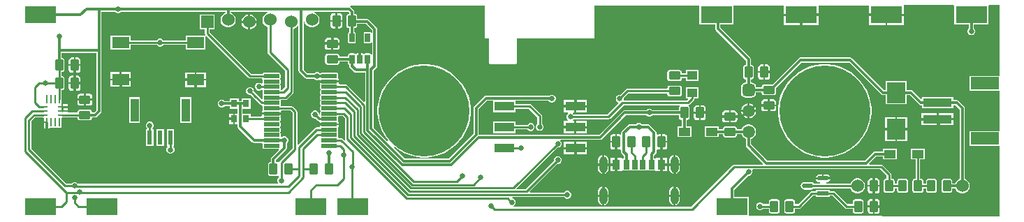
<source format=gbr>
%TF.GenerationSoftware,Altium Limited,Altium Designer,22.7.1 (60)*%
G04 Layer_Physical_Order=1*
G04 Layer_Color=255*
%FSLAX43Y43*%
%MOMM*%
%TF.SameCoordinates,9191ECB2-230E-4BD1-81F0-C314D0E832B5*%
%TF.FilePolarity,Positive*%
%TF.FileFunction,Copper,L1,Top,Signal*%
%TF.Part,Single*%
G01*
G75*
%TA.AperFunction,SMDPad,CuDef*%
G04:AMPARAMS|DCode=10|XSize=1mm|YSize=1.42mm|CornerRadius=0.125mm|HoleSize=0mm|Usage=FLASHONLY|Rotation=180.000|XOffset=0mm|YOffset=0mm|HoleType=Round|Shape=RoundedRectangle|*
%AMROUNDEDRECTD10*
21,1,1.000,1.170,0,0,180.0*
21,1,0.750,1.420,0,0,180.0*
1,1,0.250,-0.375,0.585*
1,1,0.250,0.375,0.585*
1,1,0.250,0.375,-0.585*
1,1,0.250,-0.375,-0.585*
%
%ADD10ROUNDEDRECTD10*%
%ADD11R,1.400X1.000*%
%ADD12R,1.359X0.587*%
G04:AMPARAMS|DCode=13|XSize=1.359mm|YSize=0.587mm|CornerRadius=0.293mm|HoleSize=0mm|Usage=FLASHONLY|Rotation=180.000|XOffset=0mm|YOffset=0mm|HoleType=Round|Shape=RoundedRectangle|*
%AMROUNDEDRECTD13*
21,1,1.359,0.000,0,0,180.0*
21,1,0.772,0.587,0,0,180.0*
1,1,0.587,-0.386,0.000*
1,1,0.587,0.386,0.000*
1,1,0.587,0.386,0.000*
1,1,0.587,-0.386,0.000*
%
%ADD13ROUNDEDRECTD13*%
G04:AMPARAMS|DCode=14|XSize=1.1mm|YSize=0.6mm|CornerRadius=0.051mm|HoleSize=0mm|Usage=FLASHONLY|Rotation=90.000|XOffset=0mm|YOffset=0mm|HoleType=Round|Shape=RoundedRectangle|*
%AMROUNDEDRECTD14*
21,1,1.100,0.498,0,0,90.0*
21,1,0.998,0.600,0,0,90.0*
1,1,0.102,0.249,0.499*
1,1,0.102,0.249,-0.499*
1,1,0.102,-0.249,-0.499*
1,1,0.102,-0.249,0.499*
%
%ADD14ROUNDEDRECTD14*%
%ADD15R,0.800X0.900*%
%ADD16R,2.440X1.130*%
G04:AMPARAMS|DCode=17|XSize=1mm|YSize=1.42mm|CornerRadius=0.125mm|HoleSize=0mm|Usage=FLASHONLY|Rotation=270.000|XOffset=0mm|YOffset=0mm|HoleType=Round|Shape=RoundedRectangle|*
%AMROUNDEDRECTD17*
21,1,1.000,1.170,0,0,270.0*
21,1,0.750,1.420,0,0,270.0*
1,1,0.250,-0.585,-0.375*
1,1,0.250,-0.585,0.375*
1,1,0.250,0.585,0.375*
1,1,0.250,0.585,-0.375*
%
%ADD17ROUNDEDRECTD17*%
%ADD18R,0.900X1.150*%
%ADD19R,0.800X1.150*%
%ADD20R,0.700X1.150*%
%ADD21R,0.600X1.700*%
%ADD22R,1.000X2.800*%
%ADD23R,2.100X1.380*%
%ADD24R,3.800X2.030*%
%ADD25R,1.200X1.100*%
G04:AMPARAMS|DCode=26|XSize=1.9mm|YSize=0.48mm|CornerRadius=0.06mm|HoleSize=0mm|Usage=FLASHONLY|Rotation=180.000|XOffset=0mm|YOffset=0mm|HoleType=Round|Shape=RoundedRectangle|*
%AMROUNDEDRECTD26*
21,1,1.900,0.360,0,0,180.0*
21,1,1.780,0.480,0,0,180.0*
1,1,0.120,-0.890,0.180*
1,1,0.120,0.890,0.180*
1,1,0.120,0.890,-0.180*
1,1,0.120,-0.890,-0.180*
%
%ADD26ROUNDEDRECTD26*%
%ADD27R,3.400X1.500*%
%ADD28R,3.500X1.000*%
%ADD29R,2.300X2.500*%
%ADD30R,1.000X0.250*%
%ADD31R,0.250X1.000*%
%TA.AperFunction,Conductor*%
%ADD32C,0.254*%
%ADD33C,0.300*%
%TA.AperFunction,ComponentPad*%
%ADD34C,1.524*%
%ADD35O,1.000X2.000*%
%ADD36R,1.524X1.524*%
%ADD37C,1.500*%
G04:AMPARAMS|DCode=38|XSize=1.5mm|YSize=1.5mm|CornerRadius=0.375mm|HoleSize=0mm|Usage=FLASHONLY|Rotation=270.000|XOffset=0mm|YOffset=0mm|HoleType=Round|Shape=RoundedRectangle|*
%AMROUNDEDRECTD38*
21,1,1.500,0.750,0,0,270.0*
21,1,0.750,1.500,0,0,270.0*
1,1,0.750,-0.375,-0.375*
1,1,0.750,-0.375,0.375*
1,1,0.750,0.375,0.375*
1,1,0.750,0.375,-0.375*
%
%ADD38ROUNDEDRECTD38*%
%TA.AperFunction,ViaPad*%
%ADD39C,11.000*%
%ADD40C,0.650*%
%ADD41C,0.700*%
G36*
X114274Y27791D02*
X114274Y27710D01*
Y25459D01*
X116018D01*
Y25016D01*
X115921Y24920D01*
X115849Y24745D01*
Y24555D01*
X115921Y24380D01*
X116055Y24246D01*
X116230Y24174D01*
X116420D01*
X116595Y24246D01*
X116729Y24380D01*
X116801Y24555D01*
Y24745D01*
X116729Y24920D01*
X116632Y25016D01*
Y25459D01*
X118376D01*
Y27710D01*
X118376Y27791D01*
X118484Y27837D01*
X119717D01*
X119745Y27719D01*
Y27500D01*
X119745Y19251D01*
X116149D01*
Y17449D01*
X119745D01*
Y12551D01*
X116149D01*
Y10749D01*
X119745D01*
X119745Y2500D01*
X119745Y2279D01*
X119722Y2163D01*
X105697D01*
X105680Y2180D01*
X105598Y2235D01*
X105500Y2255D01*
X89351Y2255D01*
Y4541D01*
X87607D01*
Y5445D01*
X89283Y7121D01*
X89420D01*
X89595Y7193D01*
X89729Y7327D01*
X89801Y7502D01*
Y7692D01*
X89760Y7790D01*
X89845Y7917D01*
X105305D01*
X106072Y7150D01*
Y6771D01*
X105980D01*
X105872Y6750D01*
X105781Y6689D01*
X105720Y6598D01*
X105699Y6490D01*
Y5320D01*
X105720Y5212D01*
X105781Y5121D01*
X105872Y5060D01*
X105980Y5039D01*
X106730D01*
X106838Y5060D01*
X106929Y5121D01*
X106990Y5212D01*
X107011Y5320D01*
Y5622D01*
X107329D01*
Y5320D01*
X107350Y5212D01*
X107411Y5121D01*
X107502Y5060D01*
X107610Y5039D01*
X108360D01*
X108468Y5060D01*
X108559Y5121D01*
X108620Y5212D01*
X108641Y5320D01*
Y6490D01*
X108620Y6598D01*
X108559Y6689D01*
X108468Y6750D01*
X108360Y6771D01*
X107610D01*
X107502Y6750D01*
X107411Y6689D01*
X107350Y6598D01*
X107329Y6490D01*
Y6188D01*
X107011D01*
Y6490D01*
X106990Y6598D01*
X106929Y6689D01*
X106838Y6750D01*
X106730Y6771D01*
X106638D01*
Y7267D01*
X106617Y7375D01*
X106555Y7467D01*
X105622Y8400D01*
X105530Y8462D01*
X105422Y8483D01*
X103989D01*
X103940Y8601D01*
X104807Y9468D01*
X105644D01*
Y9124D01*
X107346D01*
Y10426D01*
X105644D01*
Y10082D01*
X104680D01*
X104563Y10059D01*
X104463Y9992D01*
X103431Y8960D01*
X91599D01*
X89632Y10927D01*
Y11609D01*
X89673Y11620D01*
X89878Y11739D01*
X90046Y11907D01*
X90165Y12112D01*
X90226Y12341D01*
Y12579D01*
X90165Y12808D01*
X90046Y13013D01*
X89878Y13181D01*
X89673Y13300D01*
X89444Y13361D01*
X89206D01*
X88977Y13300D01*
X88772Y13181D01*
X88604Y13013D01*
X88485Y12808D01*
X88474Y12767D01*
X87916D01*
Y12835D01*
X87895Y12943D01*
X87834Y13034D01*
X87743Y13095D01*
X87635Y13116D01*
X86465D01*
X86357Y13095D01*
X86266Y13034D01*
X86205Y12943D01*
X86184Y12835D01*
Y12767D01*
X85751D01*
Y13111D01*
X84049D01*
Y11809D01*
X85751D01*
Y12153D01*
X86184D01*
Y12085D01*
X86205Y11977D01*
X86266Y11886D01*
X86357Y11825D01*
X86465Y11804D01*
X87635D01*
X87743Y11825D01*
X87834Y11886D01*
X87895Y11977D01*
X87916Y12085D01*
Y12153D01*
X88474D01*
X88485Y12112D01*
X88604Y11907D01*
X88772Y11739D01*
X88977Y11620D01*
X89018Y11609D01*
Y10800D01*
X89041Y10683D01*
X89108Y10583D01*
X91090Y8601D01*
X91042Y8483D01*
X87585D01*
X87476Y8462D01*
X87384Y8400D01*
X82342Y3359D01*
X60833D01*
X60808Y3486D01*
X60895Y3521D01*
X61029Y3655D01*
X61101Y3830D01*
Y4020D01*
X61029Y4195D01*
X60895Y4329D01*
X60720Y4401D01*
X60642D01*
X60638Y4408D01*
X60705Y4535D01*
X66967D01*
X67079Y4424D01*
X67254Y4351D01*
X67443D01*
X67618Y4424D01*
X67752Y4558D01*
X67824Y4733D01*
Y4922D01*
X67752Y5097D01*
X67618Y5231D01*
X67443Y5303D01*
X67254D01*
X67079Y5231D01*
X66950Y5102D01*
X62844D01*
X62795Y5219D01*
X66125Y8549D01*
X66295D01*
X66470Y8621D01*
X66604Y8755D01*
X66676Y8930D01*
Y9120D01*
X66604Y9295D01*
X66470Y9429D01*
X66295Y9501D01*
X66105D01*
X65930Y9429D01*
X65796Y9295D01*
X65724Y9120D01*
Y8950D01*
X62281Y5507D01*
X61249D01*
X61200Y5624D01*
X66125Y10549D01*
X66295D01*
X66470Y10621D01*
X66604Y10755D01*
X66676Y10930D01*
Y11120D01*
X66604Y11295D01*
X66532Y11366D01*
X66585Y11493D01*
X71350D01*
X71467Y11516D01*
X71567Y11583D01*
X74452Y14468D01*
X76934D01*
X77031Y14371D01*
X77205Y14299D01*
X77395D01*
X77570Y14371D01*
X77666Y14468D01*
X80884D01*
Y14190D01*
X80905Y14082D01*
X80966Y13991D01*
X81057Y13930D01*
X81165Y13909D01*
X81233D01*
Y13111D01*
X80689D01*
Y11809D01*
X82391D01*
Y13111D01*
X81847D01*
Y13909D01*
X81915D01*
X82023Y13930D01*
X82114Y13991D01*
X82175Y14082D01*
X82196Y14190D01*
Y15360D01*
X82175Y15468D01*
X82114Y15559D01*
X82084Y15579D01*
X82108Y15713D01*
X82200Y15775D01*
X82700Y16275D01*
X82762Y16367D01*
X82783Y16475D01*
Y16499D01*
X83251D01*
Y17901D01*
X81749D01*
Y16499D01*
X81957D01*
X82006Y16382D01*
X81883Y16258D01*
X74242D01*
X74172Y16364D01*
X74179Y16380D01*
Y16550D01*
X74760Y17131D01*
X79479D01*
Y17040D01*
X79500Y16932D01*
X79561Y16841D01*
X79652Y16780D01*
X79760Y16758D01*
X80930D01*
X81038Y16780D01*
X81129Y16841D01*
X81190Y16932D01*
X81211Y17040D01*
Y17790D01*
X81190Y17897D01*
X81129Y17989D01*
X81038Y18050D01*
X80930Y18071D01*
X79760D01*
X79652Y18050D01*
X79561Y17989D01*
X79500Y17897D01*
X79479Y17790D01*
Y17698D01*
X74642D01*
X74534Y17677D01*
X74442Y17615D01*
X73778Y16951D01*
X73608D01*
X73433Y16879D01*
X73299Y16745D01*
X73227Y16570D01*
Y16380D01*
X73299Y16205D01*
X73433Y16071D01*
X73531Y16031D01*
X73561Y15882D01*
X72238Y14558D01*
X68140D01*
X68050Y14648D01*
X68093Y14775D01*
X68225D01*
Y15440D01*
X66905D01*
Y14775D01*
X67407D01*
X67450Y14648D01*
X67346Y14545D01*
X67274Y14370D01*
Y14180D01*
X67346Y14005D01*
X67460Y13892D01*
X67438Y13795D01*
X67421Y13765D01*
X66905D01*
Y13100D01*
X68225D01*
Y13765D01*
X68079D01*
X68062Y13795D01*
X68040Y13892D01*
X68140Y13992D01*
X72355D01*
X72464Y14013D01*
X72556Y14075D01*
X74173Y15692D01*
X80936D01*
X80974Y15565D01*
X80966Y15559D01*
X80905Y15468D01*
X80884Y15360D01*
Y15082D01*
X77666D01*
X77570Y15179D01*
X77395Y15251D01*
X77205D01*
X77031Y15179D01*
X76934Y15082D01*
X74325D01*
X74208Y15059D01*
X74108Y14992D01*
X71223Y12107D01*
X56728D01*
X56624Y12112D01*
X56607Y12230D01*
Y15198D01*
X57627Y16218D01*
X58354D01*
Y14824D01*
X61096D01*
Y15277D01*
X62685D01*
X63717Y14245D01*
Y13440D01*
X63596Y13320D01*
X63524Y13145D01*
Y12955D01*
X63596Y12780D01*
X63730Y12646D01*
X63905Y12574D01*
X64095D01*
X64270Y12646D01*
X64404Y12780D01*
X64476Y12955D01*
Y13145D01*
X64404Y13320D01*
X64283Y13440D01*
Y14363D01*
X64262Y14471D01*
X64200Y14563D01*
X63002Y15761D01*
X62910Y15822D01*
X62802Y15844D01*
X61096D01*
Y16218D01*
X65091D01*
X65096Y16205D01*
X65230Y16071D01*
X65405Y15999D01*
X65595D01*
X65770Y16071D01*
X65904Y16205D01*
X65976Y16380D01*
Y16570D01*
X65904Y16745D01*
X65770Y16879D01*
X65595Y16951D01*
X65405D01*
X65230Y16879D01*
X65184Y16832D01*
X57500D01*
X57383Y16809D01*
X57283Y16742D01*
X56083Y15542D01*
X56017Y15443D01*
X55993Y15325D01*
Y12240D01*
X52951Y9198D01*
X47664D01*
X46327Y10535D01*
X46411Y10631D01*
X46854Y10291D01*
X47495Y9921D01*
X48180Y9637D01*
X48895Y9446D01*
X49630Y9349D01*
X50370D01*
X51105Y9446D01*
X51820Y9637D01*
X52505Y9921D01*
X53146Y10291D01*
X53734Y10742D01*
X54258Y11266D01*
X54709Y11854D01*
X55079Y12495D01*
X55363Y13180D01*
X55554Y13895D01*
X55651Y14630D01*
Y15370D01*
X55554Y16105D01*
X55363Y16820D01*
X55174Y17275D01*
X55079Y17505D01*
X54709Y18146D01*
X54258Y18734D01*
X53734Y19258D01*
X53146Y19709D01*
X52505Y20079D01*
X51820Y20363D01*
X51105Y20554D01*
X50475Y20637D01*
X50370Y20651D01*
X49630D01*
X48895Y20554D01*
X48180Y20363D01*
X47495Y20079D01*
X46854Y19709D01*
X46266Y19258D01*
X45742Y18734D01*
X45291Y18146D01*
X44921Y17505D01*
X44637Y16820D01*
X44446Y16105D01*
X44349Y15370D01*
Y14630D01*
X44446Y13895D01*
X44637Y13180D01*
X44921Y12495D01*
X45291Y11854D01*
X45631Y11411D01*
X45535Y11327D01*
X43899Y12964D01*
Y19901D01*
X44217Y20219D01*
X44284Y20319D01*
X44307Y20436D01*
Y24925D01*
X44284Y25042D01*
X44217Y25142D01*
X43311Y26048D01*
X43211Y26115D01*
X43094Y26138D01*
X41897D01*
Y26501D01*
X41876Y26609D01*
X41815Y26700D01*
X41724Y26761D01*
X41616Y26782D01*
X41532D01*
Y27025D01*
X41509Y27142D01*
X41442Y27242D01*
X41117Y27567D01*
X41041Y27618D01*
X41056Y27731D01*
X41062Y27745D01*
X57337D01*
Y23925D01*
X57384Y23809D01*
X57500Y23762D01*
X57837D01*
Y20825D01*
X57884Y20709D01*
X58000Y20662D01*
X61100D01*
X61216Y20709D01*
X61263Y20825D01*
Y23762D01*
X70500D01*
X70616Y23809D01*
X70663Y23925D01*
Y27745D01*
X83374D01*
Y25459D01*
X85282D01*
Y24976D01*
X85305Y24859D01*
X85372Y24759D01*
X89018Y21113D01*
Y20566D01*
X88950D01*
X88842Y20545D01*
X88751Y20484D01*
X88690Y20393D01*
X88669Y20285D01*
Y19115D01*
X88690Y19007D01*
X88751Y18916D01*
X88842Y18855D01*
X88950Y18834D01*
X89018D01*
Y18451D01*
X88950D01*
X88745Y18410D01*
X88571Y18294D01*
X88455Y18120D01*
X88414Y17915D01*
Y17165D01*
X88455Y16960D01*
X88571Y16786D01*
X88745Y16670D01*
X88950Y16629D01*
X89700D01*
X89905Y16670D01*
X90079Y16786D01*
X90195Y16960D01*
X90236Y17165D01*
Y17238D01*
X90909D01*
Y17175D01*
X90930Y17067D01*
X90991Y16976D01*
X91082Y16915D01*
X91190Y16894D01*
X92360D01*
X92468Y16915D01*
X92559Y16976D01*
X92620Y17067D01*
X92641Y17175D01*
Y17772D01*
X95719Y20850D01*
X101541D01*
X105408Y16983D01*
X105508Y16916D01*
X105625Y16893D01*
X105924D01*
Y15799D01*
X108526D01*
Y16893D01*
X108873D01*
X109983Y15783D01*
X110083Y15716D01*
X110200Y15693D01*
X110349D01*
Y15349D01*
X114151D01*
Y15693D01*
X114423D01*
X114923Y15193D01*
Y6768D01*
X114878Y6756D01*
X114669Y6636D01*
X114499Y6466D01*
X114379Y6257D01*
X114367Y6212D01*
X114021D01*
Y6490D01*
X114000Y6598D01*
X113939Y6689D01*
X113848Y6750D01*
X113740Y6771D01*
X112990D01*
X112882Y6750D01*
X112791Y6689D01*
X112730Y6598D01*
X112709Y6490D01*
Y5320D01*
X112730Y5212D01*
X112791Y5121D01*
X112882Y5060D01*
X112990Y5039D01*
X113740D01*
X113848Y5060D01*
X113939Y5121D01*
X114000Y5212D01*
X114021Y5320D01*
Y5598D01*
X114367D01*
X114379Y5553D01*
X114499Y5344D01*
X114669Y5174D01*
X114878Y5054D01*
X115110Y4992D01*
X115350D01*
X115582Y5054D01*
X115791Y5174D01*
X115961Y5344D01*
X116081Y5553D01*
X116143Y5785D01*
Y6025D01*
X116081Y6257D01*
X115961Y6466D01*
X115791Y6636D01*
X115582Y6756D01*
X115537Y6768D01*
Y15320D01*
X115514Y15437D01*
X115447Y15537D01*
X114767Y16217D01*
X114667Y16284D01*
X114550Y16307D01*
X114151D01*
Y16651D01*
X110349D01*
Y16465D01*
X110222Y16412D01*
X109217Y17417D01*
X109117Y17484D01*
X109000Y17507D01*
X108526D01*
Y18601D01*
X105924D01*
Y17507D01*
X105752D01*
X101885Y21374D01*
X101786Y21440D01*
X101668Y21464D01*
X95592D01*
X95474Y21440D01*
X95375Y21374D01*
X92207Y18206D01*
X91190D01*
X91082Y18185D01*
X90991Y18124D01*
X90930Y18033D01*
X90909Y17925D01*
Y17852D01*
X90236D01*
Y17915D01*
X90195Y18120D01*
X90079Y18294D01*
X89905Y18410D01*
X89700Y18451D01*
X89632D01*
Y18834D01*
X89700D01*
X89808Y18855D01*
X89899Y18916D01*
X89960Y19007D01*
X89981Y19115D01*
Y20285D01*
X89960Y20393D01*
X89899Y20484D01*
X89808Y20545D01*
X89700Y20566D01*
X89632D01*
Y21240D01*
X89609Y21357D01*
X89542Y21457D01*
X85895Y25103D01*
Y25459D01*
X87476D01*
Y27745D01*
X93625Y27745D01*
Y26725D01*
X95725D01*
X97825D01*
Y27745D01*
X103925D01*
Y26725D01*
X106025D01*
Y26625D01*
D01*
Y26725D01*
X108125D01*
Y27837D01*
X114166D01*
X114274Y27791D01*
D02*
G37*
G36*
X40907Y26909D02*
X40890Y26782D01*
X40866D01*
X40758Y26761D01*
X40667Y26700D01*
X40606Y26609D01*
X40585Y26501D01*
Y25331D01*
X40606Y25223D01*
X40667Y25132D01*
X40758Y25071D01*
X40866Y25050D01*
X40934D01*
Y24559D01*
X40913Y24555D01*
X40846Y24511D01*
X40802Y24444D01*
X40786Y24365D01*
Y23367D01*
X40802Y23288D01*
X40846Y23221D01*
X40913Y23177D01*
X40992Y23161D01*
X41490D01*
X41569Y23177D01*
X41636Y23221D01*
X41680Y23288D01*
X41696Y23367D01*
Y24365D01*
X41680Y24444D01*
X41636Y24511D01*
X41569Y24555D01*
X41548Y24559D01*
Y25050D01*
X41616D01*
X41724Y25071D01*
X41815Y25132D01*
X41876Y25223D01*
X41897Y25331D01*
Y25524D01*
X42967D01*
X43693Y24798D01*
Y24486D01*
X43663Y24475D01*
X43566Y24465D01*
X43536Y24511D01*
X43469Y24555D01*
X43390Y24571D01*
X42892D01*
X42813Y24555D01*
X42746Y24511D01*
X42702Y24444D01*
X42686Y24365D01*
Y23367D01*
X42702Y23288D01*
X42746Y23221D01*
X42813Y23177D01*
X42892Y23161D01*
X43390D01*
X43469Y23177D01*
X43536Y23221D01*
X43566Y23267D01*
X43663Y23257D01*
X43693Y23246D01*
Y21886D01*
X43663Y21875D01*
X43566Y21865D01*
X43536Y21911D01*
X43469Y21955D01*
X43390Y21971D01*
X42892D01*
X42813Y21955D01*
X42782Y21934D01*
X42645Y21939D01*
X42621Y21946D01*
X42538Y22001D01*
X42440Y22021D01*
X42291D01*
Y21266D01*
X42091D01*
Y22021D01*
X41942D01*
X41844Y22001D01*
X41761Y21946D01*
X41737Y21939D01*
X41600Y21934D01*
X41569Y21955D01*
X41490Y21971D01*
X40992D01*
X40913Y21955D01*
X40846Y21911D01*
X40802Y21844D01*
X40786Y21765D01*
Y21573D01*
X39732D01*
Y21641D01*
X39711Y21749D01*
X39650Y21840D01*
X39559Y21901D01*
X39451Y21922D01*
X38281D01*
X38173Y21901D01*
X38082Y21840D01*
X38021Y21749D01*
X38000Y21641D01*
Y20891D01*
X38021Y20783D01*
X38082Y20692D01*
X38173Y20631D01*
X38281Y20610D01*
X39451D01*
X39559Y20631D01*
X39650Y20692D01*
X39711Y20783D01*
X39732Y20891D01*
Y20959D01*
X40786D01*
Y20767D01*
X40802Y20688D01*
X40846Y20621D01*
X40913Y20577D01*
X40934Y20573D01*
Y20436D01*
X40957Y20319D01*
X41024Y20219D01*
X41519Y19724D01*
X41619Y19657D01*
X41736Y19634D01*
X42834D01*
Y16143D01*
X42717Y16095D01*
X40686Y18125D01*
X40594Y18187D01*
X40486Y18208D01*
X39724D01*
X39648Y18335D01*
X39660Y18395D01*
Y18475D01*
X38505D01*
X37350D01*
Y18395D01*
X37370Y18294D01*
X37428Y18208D01*
X37429Y18207D01*
X37416Y18187D01*
X37400Y18105D01*
Y17745D01*
X37416Y17663D01*
X37458Y17600D01*
X37416Y17537D01*
X37400Y17455D01*
Y17095D01*
X37416Y17013D01*
X37458Y16950D01*
X37416Y16887D01*
X37400Y16805D01*
Y16445D01*
X37416Y16363D01*
X37458Y16300D01*
X37416Y16237D01*
X37400Y16155D01*
Y15795D01*
X37416Y15713D01*
X37458Y15650D01*
X37416Y15587D01*
X37400Y15505D01*
Y15145D01*
X37416Y15063D01*
X37458Y15000D01*
X37416Y14937D01*
X37400Y14855D01*
Y14622D01*
X37273Y14556D01*
X37251Y14571D01*
Y14645D01*
X37179Y14820D01*
X37045Y14954D01*
X36870Y15026D01*
X36680D01*
X36505Y14954D01*
X36371Y14820D01*
X36299Y14645D01*
Y14455D01*
X36371Y14280D01*
X36505Y14146D01*
X36680Y14074D01*
X36850D01*
X37092Y13832D01*
X37184Y13771D01*
X37281Y13751D01*
X37306Y13724D01*
X37363Y13622D01*
X37350Y13555D01*
Y13475D01*
X38505D01*
X39660D01*
Y13555D01*
X39640Y13656D01*
X39582Y13742D01*
X39581Y13743D01*
X39594Y13763D01*
X39610Y13845D01*
Y14205D01*
X39598Y14265D01*
X39643Y14349D01*
X39677Y14392D01*
X40148D01*
X40405Y14135D01*
Y11634D01*
X40425Y11530D01*
X40420Y11522D01*
X40320Y11456D01*
X40150Y11625D01*
X40058Y11687D01*
X39950Y11708D01*
X39677D01*
X39643Y11751D01*
X39598Y11835D01*
X39610Y11895D01*
Y12255D01*
X39594Y12337D01*
X39552Y12400D01*
X39594Y12463D01*
X39610Y12545D01*
Y12905D01*
X39594Y12987D01*
X39581Y13007D01*
X39582Y13008D01*
X39640Y13094D01*
X39660Y13195D01*
Y13275D01*
X38505D01*
X37350D01*
Y13195D01*
X37362Y13135D01*
X37286Y13008D01*
X36973D01*
X36865Y12987D01*
X36773Y12925D01*
X34751Y10904D01*
X34633Y10952D01*
Y14871D01*
X34612Y14980D01*
X34550Y15072D01*
X34097Y15525D01*
X34005Y15587D01*
X33896Y15608D01*
X32667D01*
X32633Y15651D01*
X32588Y15735D01*
X32600Y15795D01*
Y16155D01*
X32588Y16215D01*
X32633Y16299D01*
X32667Y16342D01*
X33206D01*
X33315Y16363D01*
X33407Y16425D01*
X34060Y17078D01*
X34122Y17170D01*
X34143Y17279D01*
Y24917D01*
X34212Y24936D01*
X34421Y25056D01*
X34591Y25226D01*
X34641Y25314D01*
X34768Y25280D01*
Y19870D01*
X34791Y19753D01*
X34858Y19653D01*
X35503Y19008D01*
X35603Y18941D01*
X35720Y18918D01*
X36659D01*
X36755Y18821D01*
X36930Y18749D01*
X37120D01*
X37228Y18794D01*
X37261Y18784D01*
X37350Y18711D01*
Y18675D01*
X38505D01*
X39660D01*
Y18755D01*
X39640Y18856D01*
X39582Y18942D01*
X39581Y18943D01*
X39594Y18963D01*
X39610Y19045D01*
Y19405D01*
X39594Y19487D01*
X39547Y19557D01*
X39477Y19604D01*
X39395Y19620D01*
X37615D01*
X37533Y19604D01*
X37463Y19557D01*
X37337Y19586D01*
X37295Y19629D01*
X37120Y19701D01*
X36930D01*
X36755Y19629D01*
X36659Y19532D01*
X35847D01*
X35382Y19997D01*
Y25822D01*
X35509Y25839D01*
X35549Y25688D01*
X35669Y25480D01*
X35839Y25310D01*
X36048Y25190D01*
X36280Y25128D01*
X36520D01*
X36752Y25190D01*
X36961Y25310D01*
X37131Y25480D01*
X37251Y25688D01*
X37313Y25921D01*
Y26161D01*
X37251Y26393D01*
X37131Y26601D01*
X36961Y26771D01*
X36752Y26892D01*
X36661Y26916D01*
X36677Y27043D01*
X40773D01*
X40907Y26909D01*
D02*
G37*
G36*
X31059Y26916D02*
X30968Y26892D01*
X30759Y26771D01*
X30589Y26601D01*
X30469Y26393D01*
X30407Y26161D01*
Y25921D01*
X30469Y25688D01*
X30589Y25480D01*
X30759Y25310D01*
X30968Y25190D01*
X31037Y25171D01*
Y22130D01*
X31058Y22022D01*
X31120Y21930D01*
X33172Y19878D01*
Y17913D01*
X32816Y17557D01*
X32666D01*
X32631Y17602D01*
X32588Y17684D01*
X32600Y17745D01*
Y18105D01*
X32584Y18187D01*
X32542Y18250D01*
X32584Y18313D01*
X32600Y18395D01*
Y18755D01*
X32584Y18837D01*
X32542Y18900D01*
X32584Y18963D01*
X32600Y19045D01*
Y19405D01*
X32584Y19487D01*
X32537Y19557D01*
X32467Y19604D01*
X32385Y19620D01*
X30605D01*
X30523Y19604D01*
X30453Y19557D01*
X30420Y19508D01*
X29004D01*
X23991Y24522D01*
Y24874D01*
X24613D01*
Y26700D01*
X22787D01*
Y24874D01*
X23424D01*
Y24405D01*
X23446Y24296D01*
X23481Y24243D01*
X23478Y24235D01*
X23428Y24127D01*
X23417Y24116D01*
X23409Y24116D01*
X21099D01*
Y23558D01*
X18390D01*
X18270Y23679D01*
X18095Y23751D01*
X17905D01*
X17730Y23679D01*
X17610Y23558D01*
X14401D01*
Y24116D01*
X11999D01*
Y22434D01*
X14401D01*
Y22992D01*
X17610D01*
X17730Y22871D01*
X17905Y22799D01*
X18095D01*
X18270Y22871D01*
X18390Y22992D01*
X21099D01*
Y22434D01*
X23501D01*
X23501Y24023D01*
X23501Y24031D01*
X23628Y24083D01*
X28687Y19025D01*
X28779Y18963D01*
X28887Y18942D01*
X30323D01*
X30357Y18899D01*
X30402Y18815D01*
X30390Y18755D01*
Y18395D01*
X30398Y18355D01*
X30281Y18292D01*
X30245Y18329D01*
X30070Y18401D01*
X29880D01*
X29705Y18329D01*
X29571Y18195D01*
X29499Y18020D01*
Y17830D01*
X29571Y17655D01*
X29705Y17521D01*
X29880Y17449D01*
X30070D01*
X30245Y17521D01*
X30281Y17558D01*
X30398Y17495D01*
X30390Y17455D01*
Y17095D01*
X30406Y17013D01*
X30448Y16950D01*
X30406Y16887D01*
X30390Y16805D01*
Y16478D01*
X30310Y16430D01*
X30266Y16422D01*
X29714Y16974D01*
X29714Y16974D01*
X29363Y17325D01*
Y17495D01*
X29291Y17670D01*
X29157Y17804D01*
X28982Y17876D01*
X28792D01*
X28617Y17804D01*
X28483Y17670D01*
X28411Y17495D01*
Y17305D01*
X28483Y17130D01*
X28617Y16996D01*
X28792Y16924D01*
X28962D01*
X29313Y16573D01*
X29313Y16573D01*
X30112Y15775D01*
X30204Y15713D01*
X30312Y15692D01*
X30323D01*
X30357Y15649D01*
X30402Y15565D01*
X30390Y15505D01*
Y15145D01*
X30406Y15063D01*
X30419Y15043D01*
X30418Y15042D01*
X30360Y14956D01*
X30340Y14855D01*
Y14775D01*
X32650D01*
Y14855D01*
X32638Y14915D01*
X32714Y15042D01*
X33779D01*
X34067Y14754D01*
Y10483D01*
X32475Y8891D01*
X32421Y8812D01*
X32381Y8794D01*
X32279Y8776D01*
X32213Y8820D01*
X32105Y8841D01*
X32037D01*
Y9028D01*
X33267Y10258D01*
X33334Y10358D01*
X33357Y10475D01*
Y11059D01*
X33454Y11155D01*
X33526Y11330D01*
Y11520D01*
X33454Y11695D01*
X33320Y11829D01*
X33145Y11901D01*
X32955D01*
X32780Y11829D01*
X32768Y11816D01*
X32710Y11823D01*
X32600Y11895D01*
Y12255D01*
X32584Y12337D01*
X32542Y12400D01*
X32584Y12463D01*
X32600Y12545D01*
Y12905D01*
X32584Y12987D01*
X32542Y13050D01*
X32584Y13113D01*
X32600Y13195D01*
Y13555D01*
X32584Y13637D01*
X32542Y13700D01*
X32584Y13763D01*
X32600Y13845D01*
Y14205D01*
X32584Y14287D01*
X32571Y14307D01*
X32572Y14308D01*
X32630Y14394D01*
X32650Y14495D01*
Y14575D01*
X30340D01*
Y14495D01*
X30352Y14435D01*
X30276Y14308D01*
X28976D01*
Y14626D01*
X28007D01*
Y15274D01*
X28976D01*
Y16476D01*
X27874D01*
Y16182D01*
X27526D01*
Y16476D01*
X26424D01*
Y16182D01*
X25831D01*
X25735Y16279D01*
X25560Y16351D01*
X25370D01*
X25195Y16279D01*
X25061Y16145D01*
X24989Y15970D01*
Y15780D01*
X25061Y15605D01*
X25195Y15471D01*
X25370Y15399D01*
X25560D01*
X25735Y15471D01*
X25831Y15568D01*
X26424D01*
Y15274D01*
X27393D01*
Y14675D01*
X27075D01*
Y14025D01*
Y13375D01*
X27393D01*
Y13125D01*
X27416Y13008D01*
X27483Y12908D01*
X29183Y11208D01*
X29283Y11141D01*
X29400Y11118D01*
X30307D01*
X30331Y11099D01*
X30397Y10991D01*
X30390Y10955D01*
Y10595D01*
X30406Y10513D01*
X30453Y10443D01*
X30523Y10396D01*
X30605Y10380D01*
X32341D01*
X32398Y10264D01*
X32399Y10258D01*
X31513Y9372D01*
X31446Y9272D01*
X31423Y9155D01*
Y8841D01*
X31355D01*
X31247Y8820D01*
X31156Y8759D01*
X31095Y8668D01*
X31074Y8560D01*
Y7390D01*
X31095Y7282D01*
X31156Y7191D01*
X31247Y7130D01*
X31355Y7109D01*
X32105D01*
X32213Y7130D01*
X32265Y7165D01*
X32387Y7113D01*
X32392Y7108D01*
Y6940D01*
X32271Y6820D01*
X32199Y6645D01*
Y6455D01*
X32271Y6280D01*
X32273Y6279D01*
X32224Y6161D01*
X8032D01*
X8029Y6170D01*
X7895Y6304D01*
X7720Y6376D01*
X7530D01*
X7355Y6304D01*
X7235Y6183D01*
X6592D01*
X2363Y10412D01*
Y13738D01*
X2842Y14217D01*
X3859D01*
X3913Y14098D01*
Y13703D01*
X4238D01*
Y13603D01*
X4338D01*
Y12903D01*
X4563D01*
Y12952D01*
X6038D01*
Y14127D01*
X6141Y14217D01*
X8009D01*
Y14125D01*
X8030Y14017D01*
X8091Y13926D01*
X8182Y13865D01*
X8290Y13844D01*
X9460D01*
X9568Y13865D01*
X9659Y13926D01*
X9720Y14017D01*
X9741Y14125D01*
Y14193D01*
X10125D01*
X10242Y14216D01*
X10342Y14283D01*
X10792Y14733D01*
X10859Y14833D01*
X10882Y14950D01*
Y22350D01*
Y27043D01*
X12509D01*
X12620Y26931D01*
X12795Y26859D01*
X12985D01*
X13160Y26931D01*
X13271Y27043D01*
X25933D01*
Y26904D01*
X25888Y26892D01*
X25679Y26771D01*
X25509Y26601D01*
X25389Y26393D01*
X25327Y26161D01*
Y25921D01*
X25389Y25688D01*
X25509Y25480D01*
X25679Y25310D01*
X25888Y25190D01*
X26120Y25128D01*
X26360D01*
X26592Y25190D01*
X26801Y25310D01*
X26971Y25480D01*
X27091Y25688D01*
X27153Y25921D01*
Y26161D01*
X27091Y26393D01*
X26971Y26601D01*
X26801Y26771D01*
X26592Y26892D01*
X26547Y26904D01*
Y27043D01*
X31043D01*
X31059Y26916D01*
D02*
G37*
G36*
X10268Y15077D02*
X9998Y14807D01*
X9741D01*
Y14875D01*
X9720Y14983D01*
X9659Y15074D01*
X9568Y15135D01*
X9460Y15156D01*
X8290D01*
X8182Y15135D01*
X8091Y15074D01*
X8030Y14983D01*
X8009Y14875D01*
Y14783D01*
X6841D01*
Y14900D01*
X6141D01*
Y15100D01*
X6841D01*
Y15175D01*
Y15400D01*
X6141D01*
Y15500D01*
X6041D01*
Y15825D01*
X6026D01*
Y16354D01*
X6033Y16391D01*
Y17484D01*
X6125D01*
X6233Y17505D01*
X6324Y17566D01*
X6385Y17657D01*
X6406Y17765D01*
Y18935D01*
X6385Y19043D01*
X6324Y19134D01*
X6233Y19195D01*
X6125Y19216D01*
X6039D01*
Y19684D01*
X6137D01*
X6245Y19705D01*
X6336Y19766D01*
X6397Y19857D01*
X6418Y19965D01*
Y21135D01*
X6397Y21243D01*
X6336Y21334D01*
X6245Y21395D01*
X6137Y21416D01*
X6069D01*
Y22018D01*
X10268D01*
Y15077D01*
D02*
G37*
%LPC*%
G36*
X108125Y26525D02*
X106125D01*
Y25410D01*
X108125D01*
Y26525D01*
D02*
G37*
G36*
X105925D02*
X103925D01*
Y25410D01*
X105925D01*
Y26525D01*
D02*
G37*
G36*
X97825D02*
X95825D01*
Y25410D01*
X97825D01*
Y26525D01*
D02*
G37*
G36*
X95625D02*
X93625D01*
Y25410D01*
X95625D01*
Y26525D01*
D02*
G37*
G36*
X91570Y20616D02*
X91295D01*
Y19800D01*
X91901D01*
Y20285D01*
X91876Y20412D01*
X91804Y20519D01*
X91697Y20591D01*
X91570Y20616D01*
D02*
G37*
G36*
X91095D02*
X90820D01*
X90693Y20591D01*
X90586Y20519D01*
X90514Y20412D01*
X90489Y20285D01*
Y19800D01*
X91095D01*
Y20616D01*
D02*
G37*
G36*
X83251Y20001D02*
X81749D01*
Y19568D01*
X81211D01*
Y19660D01*
X81190Y19767D01*
X81129Y19859D01*
X81038Y19920D01*
X80930Y19941D01*
X79760D01*
X79652Y19920D01*
X79561Y19859D01*
X79500Y19767D01*
X79479Y19660D01*
Y18910D01*
X79500Y18802D01*
X79561Y18711D01*
X79652Y18650D01*
X79760Y18628D01*
X80930D01*
X81038Y18650D01*
X81129Y18711D01*
X81190Y18802D01*
X81211Y18910D01*
Y19001D01*
X81749D01*
Y18599D01*
X83251D01*
Y20001D01*
D02*
G37*
G36*
X91901Y19600D02*
X91295D01*
Y18784D01*
X91570D01*
X91697Y18809D01*
X91804Y18881D01*
X91876Y18988D01*
X91901Y19115D01*
Y19600D01*
D02*
G37*
G36*
X91095D02*
X90489D01*
Y19115D01*
X90514Y18988D01*
X90586Y18881D01*
X90693Y18809D01*
X90820Y18784D01*
X91095D01*
Y19600D01*
D02*
G37*
G36*
X92360Y16386D02*
X91875D01*
Y15780D01*
X92691D01*
Y16055D01*
X92666Y16182D01*
X92594Y16289D01*
X92487Y16361D01*
X92360Y16386D01*
D02*
G37*
G36*
X91675D02*
X91190D01*
X91063Y16361D01*
X90956Y16289D01*
X90884Y16182D01*
X90859Y16055D01*
Y15780D01*
X91675D01*
Y16386D01*
D02*
G37*
G36*
X69745Y16305D02*
X68425D01*
Y15640D01*
X69745D01*
Y16305D01*
D02*
G37*
G36*
X68225D02*
X66905D01*
Y15640D01*
X68225D01*
Y16305D01*
D02*
G37*
G36*
X89452Y15899D02*
Y15127D01*
X90224D01*
X90165Y15348D01*
X90046Y15553D01*
X89878Y15721D01*
X89673Y15840D01*
X89452Y15899D01*
D02*
G37*
G36*
X89198Y15899D02*
X88977Y15840D01*
X88772Y15721D01*
X88604Y15553D01*
X88485Y15348D01*
X88426Y15127D01*
X89198D01*
Y15899D01*
D02*
G37*
G36*
X92691Y15580D02*
X91875D01*
Y14974D01*
X92360D01*
X92487Y14999D01*
X92594Y15071D01*
X92666Y15178D01*
X92691Y15305D01*
Y15580D01*
D02*
G37*
G36*
X91675D02*
X90859D01*
Y15305D01*
X90884Y15178D01*
X90956Y15071D01*
X91063Y14999D01*
X91190Y14974D01*
X91675D01*
Y15580D01*
D02*
G37*
G36*
X83785Y15691D02*
X83510D01*
Y14875D01*
X84116D01*
Y15360D01*
X84091Y15487D01*
X84019Y15594D01*
X83912Y15666D01*
X83785Y15691D01*
D02*
G37*
G36*
X83310D02*
X83035D01*
X82908Y15666D01*
X82801Y15594D01*
X82729Y15487D01*
X82704Y15360D01*
Y14875D01*
X83310D01*
Y15691D01*
D02*
G37*
G36*
X69745Y15440D02*
X68425D01*
Y14775D01*
X69745D01*
Y15440D01*
D02*
G37*
G36*
X87635Y15036D02*
X87150D01*
Y14430D01*
X87966D01*
Y14705D01*
X87941Y14832D01*
X87869Y14939D01*
X87762Y15011D01*
X87635Y15036D01*
D02*
G37*
G36*
X86950D02*
X86465D01*
X86338Y15011D01*
X86231Y14939D01*
X86159Y14832D01*
X86134Y14705D01*
Y14430D01*
X86950D01*
Y15036D01*
D02*
G37*
G36*
X89198Y14873D02*
X88426D01*
X88485Y14652D01*
X88604Y14447D01*
X88772Y14279D01*
X88977Y14160D01*
X89198Y14101D01*
Y14873D01*
D02*
G37*
G36*
X90224D02*
X89452D01*
Y14101D01*
X89673Y14160D01*
X89878Y14279D01*
X90046Y14447D01*
X90165Y14652D01*
X90224Y14873D01*
D02*
G37*
G36*
X114200Y14700D02*
X112350D01*
Y14100D01*
X114200D01*
Y14700D01*
D02*
G37*
G36*
X112150D02*
X110300D01*
Y14100D01*
X112150D01*
Y14700D01*
D02*
G37*
G36*
X84116Y14675D02*
X83510D01*
Y13859D01*
X83785D01*
X83912Y13884D01*
X84019Y13956D01*
X84091Y14063D01*
X84116Y14190D01*
Y14675D01*
D02*
G37*
G36*
X83310D02*
X82704D01*
Y14190D01*
X82729Y14063D01*
X82801Y13956D01*
X82908Y13884D01*
X83035Y13859D01*
X83310D01*
Y14675D01*
D02*
G37*
G36*
X87966Y14230D02*
X87150D01*
Y13624D01*
X87635D01*
X87762Y13649D01*
X87869Y13721D01*
X87941Y13828D01*
X87966Y13955D01*
Y14230D01*
D02*
G37*
G36*
X86950D02*
X86134D01*
Y13955D01*
X86159Y13828D01*
X86231Y13721D01*
X86338Y13649D01*
X86465Y13624D01*
X86950D01*
Y14230D01*
D02*
G37*
G36*
X114200Y13900D02*
X112350D01*
Y13300D01*
X114200D01*
Y13900D01*
D02*
G37*
G36*
X112150D02*
X110300D01*
Y13300D01*
X112150D01*
Y13900D01*
D02*
G37*
G36*
X69745Y13765D02*
X68425D01*
Y13100D01*
X69745D01*
Y13765D01*
D02*
G37*
G36*
X108575Y14250D02*
X107325D01*
Y12900D01*
X108575D01*
Y14250D01*
D02*
G37*
G36*
X107125D02*
X105875D01*
Y12900D01*
X107125D01*
Y14250D01*
D02*
G37*
G36*
X61096Y13716D02*
X58354D01*
Y12284D01*
X61096D01*
Y12742D01*
X62526D01*
X62646Y12622D01*
X62821Y12549D01*
X63011D01*
X63186Y12622D01*
X63320Y12756D01*
X63392Y12931D01*
Y13120D01*
X63320Y13295D01*
X63186Y13429D01*
X63011Y13501D01*
X62821D01*
X62646Y13429D01*
X62526Y13309D01*
X61096D01*
Y13716D01*
D02*
G37*
G36*
X69745Y12900D02*
X68425D01*
Y12235D01*
X69745D01*
Y12900D01*
D02*
G37*
G36*
X68225D02*
X66905D01*
Y12235D01*
X68225D01*
Y12900D01*
D02*
G37*
G36*
X76120Y13526D02*
X75930D01*
X75755Y13454D01*
X75659Y13357D01*
X74925D01*
X74808Y13334D01*
X74708Y13267D01*
X73983Y12542D01*
X73916Y12442D01*
X73893Y12325D01*
Y12208D01*
X73773Y12137D01*
X73766Y12137D01*
X73645Y12161D01*
X73370D01*
Y11245D01*
Y10329D01*
X73645D01*
X73766Y10353D01*
X73773Y10353D01*
X73893Y10282D01*
Y10025D01*
X73916Y9908D01*
X73983Y9808D01*
X74198Y9593D01*
Y9313D01*
X74108Y9223D01*
X74032D01*
X73925Y9272D01*
X73847Y9272D01*
X73375D01*
Y8497D01*
Y7722D01*
X73925Y7722D01*
X74032Y7771D01*
X74052D01*
X78018D01*
X78125Y7722D01*
X78203Y7722D01*
X78675D01*
Y8497D01*
Y9272D01*
X78125Y9272D01*
X78018Y9223D01*
X77942D01*
X77852Y9313D01*
Y9597D01*
X78092Y9837D01*
X78159Y9937D01*
X78182Y10054D01*
Y10270D01*
X78309Y10346D01*
X78395Y10329D01*
X78670D01*
Y11245D01*
Y12161D01*
X78395D01*
X78309Y12144D01*
X78182Y12220D01*
Y12319D01*
X78159Y12437D01*
X78092Y12536D01*
X77361Y13267D01*
X77262Y13334D01*
X77144Y13357D01*
X76391D01*
X76295Y13454D01*
X76120Y13526D01*
D02*
G37*
G36*
X108575Y12700D02*
X107325D01*
Y11350D01*
X108575D01*
Y12700D01*
D02*
G37*
G36*
X107125D02*
X105875D01*
Y11350D01*
X107125D01*
Y12700D01*
D02*
G37*
G36*
X73170Y12161D02*
X72895D01*
X72768Y12136D01*
X72661Y12064D01*
X72589Y11957D01*
X72564Y11830D01*
Y11345D01*
X73170D01*
Y12161D01*
D02*
G37*
G36*
X79145D02*
X78870D01*
Y11345D01*
X79476D01*
Y11830D01*
X79451Y11957D01*
X79379Y12064D01*
X79272Y12136D01*
X79145Y12161D01*
D02*
G37*
G36*
X69745Y11225D02*
X68425D01*
Y10560D01*
X69745D01*
Y11225D01*
D02*
G37*
G36*
X68225D02*
X66905D01*
Y10560D01*
X68225D01*
Y11225D01*
D02*
G37*
G36*
X79476Y11145D02*
X78870D01*
Y10329D01*
X79145D01*
X79272Y10354D01*
X79379Y10426D01*
X79451Y10533D01*
X79476Y10660D01*
Y11145D01*
D02*
G37*
G36*
X73170Y11145D02*
X72564D01*
Y10660D01*
X72589Y10533D01*
X72661Y10426D01*
X72768Y10354D01*
X72895Y10329D01*
X73170D01*
Y11145D01*
D02*
G37*
G36*
X69745Y10360D02*
X68425D01*
Y9695D01*
X69745D01*
Y10360D01*
D02*
G37*
G36*
X68225D02*
X66905D01*
Y9695D01*
X68225D01*
Y10360D01*
D02*
G37*
G36*
X98935Y20651D02*
X98195D01*
X97460Y20554D01*
X96745Y20363D01*
X96060Y20079D01*
X95419Y19709D01*
X94831Y19258D01*
X94307Y18734D01*
X93856Y18146D01*
X93486Y17505D01*
X93202Y16820D01*
X93011Y16105D01*
X92914Y15370D01*
Y14630D01*
X93011Y13895D01*
X93202Y13180D01*
X93486Y12495D01*
X93856Y11854D01*
X94307Y11266D01*
X94831Y10742D01*
X95419Y10291D01*
X96060Y9921D01*
X96745Y9637D01*
X97460Y9446D01*
X98195Y9349D01*
X98935D01*
X99670Y9446D01*
X100385Y9637D01*
X101070Y9921D01*
X101711Y10291D01*
X102299Y10742D01*
X102823Y11266D01*
X103274Y11854D01*
X103644Y12495D01*
X103928Y13180D01*
X104119Y13895D01*
X104216Y14630D01*
Y15370D01*
X104119Y16105D01*
X103928Y16820D01*
X103644Y17505D01*
X103274Y18146D01*
X102823Y18734D01*
X102299Y19258D01*
X101711Y19709D01*
X101070Y20079D01*
X100385Y20363D01*
X99670Y20554D01*
X98935Y20651D01*
D02*
G37*
G36*
X71832Y9632D02*
Y8619D01*
X72362D01*
Y8992D01*
X72339Y9162D01*
X72274Y9320D01*
X72169Y9456D01*
X72033Y9561D01*
X71875Y9626D01*
X71832Y9632D01*
D02*
G37*
G36*
X71578D02*
X71535Y9626D01*
X71377Y9561D01*
X71241Y9456D01*
X71136Y9320D01*
X71071Y9162D01*
X71048Y8992D01*
Y8619D01*
X71578D01*
Y9632D01*
D02*
G37*
G36*
X80472D02*
Y8619D01*
X81002D01*
Y8992D01*
X80979Y9162D01*
X80914Y9320D01*
X80809Y9456D01*
X80673Y9561D01*
X80515Y9626D01*
X80472Y9632D01*
D02*
G37*
G36*
X80218Y9632D02*
X80175Y9626D01*
X80017Y9561D01*
X79881Y9456D01*
X79776Y9320D01*
X79711Y9162D01*
X79688Y8992D01*
Y8619D01*
X80218D01*
Y9632D01*
D02*
G37*
G36*
X78875Y9272D02*
Y8597D01*
X79425D01*
Y9272D01*
X78875D01*
D02*
G37*
G36*
X73175D02*
X72625D01*
Y8597D01*
X73175D01*
Y9272D01*
D02*
G37*
G36*
X79425Y8397D02*
X78875D01*
Y7722D01*
X79425D01*
Y8397D01*
D02*
G37*
G36*
X73175Y8397D02*
X72625D01*
Y7722D01*
X73175D01*
Y8397D01*
D02*
G37*
G36*
X81002Y8365D02*
X80472D01*
Y7352D01*
X80515Y7358D01*
X80673Y7423D01*
X80809Y7528D01*
X80914Y7664D01*
X80979Y7822D01*
X81002Y7992D01*
Y8365D01*
D02*
G37*
G36*
X72362Y8365D02*
X71832D01*
Y7352D01*
X71875Y7358D01*
X72033Y7423D01*
X72169Y7528D01*
X72274Y7664D01*
X72339Y7822D01*
X72362Y7992D01*
Y8365D01*
D02*
G37*
G36*
X71578D02*
X71048D01*
Y7992D01*
X71071Y7822D01*
X71136Y7664D01*
X71241Y7528D01*
X71377Y7423D01*
X71535Y7358D01*
X71578Y7352D01*
Y8365D01*
D02*
G37*
G36*
X80218Y8365D02*
X79688D01*
Y7992D01*
X79711Y7822D01*
X79776Y7664D01*
X79881Y7528D01*
X80017Y7423D01*
X80175Y7358D01*
X80218Y7352D01*
Y8365D01*
D02*
G37*
G36*
X98739Y7318D02*
X98453D01*
Y6915D01*
X99223D01*
X99204Y7008D01*
X99095Y7171D01*
X98932Y7280D01*
X98739Y7318D01*
D02*
G37*
G36*
X98253D02*
X97967D01*
X97775Y7280D01*
X97612Y7171D01*
X97503Y7008D01*
X97484Y6915D01*
X98253D01*
Y7318D01*
D02*
G37*
G36*
X102650Y6818D02*
X102410D01*
X102178Y6756D01*
X101969Y6636D01*
X101799Y6466D01*
X101679Y6257D01*
X101660Y6186D01*
X98742D01*
X98739Y6312D01*
X98932Y6350D01*
X99095Y6459D01*
X99204Y6622D01*
X99223Y6715D01*
X98353D01*
X97484D01*
X97503Y6622D01*
X97612Y6459D01*
X97775Y6350D01*
X97967Y6312D01*
X97965Y6186D01*
X97229D01*
X97206Y6220D01*
X97059Y6319D01*
X96886Y6353D01*
X96114D01*
X95941Y6319D01*
X95794Y6220D01*
X95695Y6073D01*
X95661Y5900D01*
X95695Y5727D01*
X95794Y5580D01*
X95941Y5481D01*
X96114Y5447D01*
X96886D01*
X97059Y5481D01*
X97206Y5580D01*
X97233Y5619D01*
X101661D01*
X101679Y5553D01*
X101799Y5344D01*
X101969Y5174D01*
X102178Y5054D01*
X102410Y4992D01*
X102650D01*
X102882Y5054D01*
X103091Y5174D01*
X103261Y5344D01*
X103381Y5553D01*
X103443Y5785D01*
Y6025D01*
X103381Y6257D01*
X103261Y6466D01*
X103091Y6636D01*
X102882Y6756D01*
X102650Y6818D01*
D02*
G37*
G36*
X104860Y6821D02*
X104585D01*
Y6005D01*
X105191D01*
Y6490D01*
X105166Y6617D01*
X105094Y6724D01*
X104987Y6796D01*
X104860Y6821D01*
D02*
G37*
G36*
X104385D02*
X104110D01*
X103983Y6796D01*
X103876Y6724D01*
X103804Y6617D01*
X103779Y6490D01*
Y6005D01*
X104385D01*
Y6821D01*
D02*
G37*
G36*
X110706Y10426D02*
X109004D01*
Y9124D01*
X109572D01*
Y6771D01*
X109480D01*
X109372Y6750D01*
X109281Y6689D01*
X109220Y6598D01*
X109199Y6490D01*
Y5320D01*
X109220Y5212D01*
X109281Y5121D01*
X109372Y5060D01*
X109480Y5039D01*
X110230D01*
X110338Y5060D01*
X110429Y5121D01*
X110490Y5212D01*
X110511Y5320D01*
Y5622D01*
X110839D01*
Y5320D01*
X110860Y5212D01*
X110921Y5121D01*
X111012Y5060D01*
X111120Y5039D01*
X111870D01*
X111978Y5060D01*
X112069Y5121D01*
X112130Y5212D01*
X112151Y5320D01*
Y6490D01*
X112130Y6598D01*
X112069Y6689D01*
X111978Y6750D01*
X111870Y6771D01*
X111120D01*
X111012Y6750D01*
X110921Y6689D01*
X110860Y6598D01*
X110839Y6490D01*
Y6188D01*
X110511D01*
Y6490D01*
X110490Y6598D01*
X110429Y6689D01*
X110338Y6750D01*
X110230Y6771D01*
X110138D01*
Y9124D01*
X110706D01*
Y10426D01*
D02*
G37*
G36*
X105191Y5805D02*
X104585D01*
Y4989D01*
X104860D01*
X104987Y5014D01*
X105094Y5086D01*
X105166Y5193D01*
X105191Y5320D01*
Y5805D01*
D02*
G37*
G36*
X104385D02*
X103779D01*
Y5320D01*
X103804Y5193D01*
X103876Y5086D01*
X103983Y5014D01*
X104110Y4989D01*
X104385D01*
Y5805D01*
D02*
G37*
G36*
X71832Y5832D02*
Y4819D01*
X72362D01*
Y5192D01*
X72339Y5362D01*
X72274Y5520D01*
X72169Y5656D01*
X72033Y5761D01*
X71875Y5826D01*
X71832Y5832D01*
D02*
G37*
G36*
X71578D02*
X71535Y5826D01*
X71377Y5761D01*
X71241Y5656D01*
X71136Y5520D01*
X71071Y5362D01*
X71048Y5192D01*
Y4819D01*
X71578D01*
Y5832D01*
D02*
G37*
G36*
X80472D02*
Y4819D01*
X81002D01*
Y5192D01*
X80979Y5362D01*
X80914Y5520D01*
X80809Y5656D01*
X80673Y5761D01*
X80515Y5826D01*
X80472Y5832D01*
D02*
G37*
G36*
X80218D02*
X80175Y5826D01*
X80017Y5761D01*
X79881Y5656D01*
X79776Y5520D01*
X79711Y5362D01*
X79688Y5192D01*
Y4819D01*
X80218D01*
Y5832D01*
D02*
G37*
G36*
X92805Y4291D02*
X92055D01*
X91947Y4270D01*
X91856Y4209D01*
X91795Y4118D01*
X91774Y4010D01*
Y3708D01*
X91115D01*
X90995Y3829D01*
X90820Y3901D01*
X90630D01*
X90455Y3829D01*
X90321Y3695D01*
X90249Y3520D01*
Y3330D01*
X90321Y3155D01*
X90455Y3021D01*
X90630Y2949D01*
X90820D01*
X90995Y3021D01*
X91115Y3142D01*
X91774D01*
Y2840D01*
X91795Y2732D01*
X91856Y2641D01*
X91947Y2580D01*
X92055Y2559D01*
X92805D01*
X92913Y2580D01*
X93004Y2641D01*
X93065Y2732D01*
X93086Y2840D01*
Y4010D01*
X93065Y4118D01*
X93004Y4209D01*
X92913Y4270D01*
X92805Y4291D01*
D02*
G37*
G36*
X81002Y4565D02*
X80472D01*
Y3552D01*
X80515Y3558D01*
X80673Y3623D01*
X80809Y3728D01*
X80914Y3864D01*
X80979Y4022D01*
X81002Y4192D01*
Y4565D01*
D02*
G37*
G36*
X72362Y4565D02*
X71832D01*
Y3552D01*
X71875Y3558D01*
X72033Y3623D01*
X72169Y3728D01*
X72274Y3864D01*
X72339Y4022D01*
X72362Y4192D01*
Y4565D01*
D02*
G37*
G36*
X71578D02*
X71048D01*
Y4192D01*
X71071Y4022D01*
X71136Y3864D01*
X71241Y3728D01*
X71377Y3623D01*
X71535Y3558D01*
X71578Y3552D01*
Y4565D01*
D02*
G37*
G36*
X80218Y4565D02*
X79688D01*
Y4192D01*
X79711Y4022D01*
X79776Y3864D01*
X79881Y3728D01*
X80017Y3623D01*
X80175Y3558D01*
X80218Y3552D01*
Y4565D01*
D02*
G37*
G36*
X104860Y4341D02*
X104585D01*
Y3525D01*
X105191D01*
Y4010D01*
X105166Y4137D01*
X105094Y4244D01*
X104987Y4316D01*
X104860Y4341D01*
D02*
G37*
G36*
X104385D02*
X104110D01*
X103983Y4316D01*
X103876Y4244D01*
X103804Y4137D01*
X103779Y4010D01*
Y3525D01*
X104385D01*
Y4341D01*
D02*
G37*
G36*
X99184Y5429D02*
X97523D01*
Y5268D01*
X97010D01*
X96902Y5247D01*
X96810Y5185D01*
X95333Y3708D01*
X94956D01*
Y4010D01*
X94935Y4118D01*
X94874Y4209D01*
X94783Y4270D01*
X94675Y4291D01*
X93925D01*
X93817Y4270D01*
X93726Y4209D01*
X93665Y4118D01*
X93644Y4010D01*
Y2840D01*
X93665Y2732D01*
X93726Y2641D01*
X93817Y2580D01*
X93925Y2559D01*
X94675D01*
X94783Y2580D01*
X94874Y2641D01*
X94935Y2732D01*
X94956Y2840D01*
Y3142D01*
X95450D01*
X95558Y3163D01*
X95650Y3225D01*
X97127Y4702D01*
X97523D01*
Y4541D01*
X99184D01*
Y4702D01*
X99523D01*
X101000Y3225D01*
X101092Y3163D01*
X101200Y3142D01*
X101959D01*
Y2840D01*
X101980Y2732D01*
X102041Y2641D01*
X102132Y2580D01*
X102240Y2559D01*
X102990D01*
X103098Y2580D01*
X103189Y2641D01*
X103250Y2732D01*
X103271Y2840D01*
Y4010D01*
X103250Y4118D01*
X103189Y4209D01*
X103098Y4270D01*
X102990Y4291D01*
X102240D01*
X102132Y4270D01*
X102041Y4209D01*
X101980Y4118D01*
X101959Y4010D01*
Y3708D01*
X101317D01*
X99840Y5185D01*
X99748Y5247D01*
X99640Y5268D01*
X99184D01*
Y5429D01*
D02*
G37*
G36*
X105191Y3325D02*
X104585D01*
Y2509D01*
X104860D01*
X104987Y2534D01*
X105094Y2606D01*
X105166Y2713D01*
X105191Y2840D01*
Y3325D01*
D02*
G37*
G36*
X104385D02*
X103779D01*
Y2840D01*
X103804Y2713D01*
X103876Y2606D01*
X103983Y2534D01*
X104110Y2509D01*
X104385D01*
Y3325D01*
D02*
G37*
G36*
X39746Y26832D02*
X39471D01*
Y26016D01*
X40077D01*
Y26501D01*
X40052Y26628D01*
X39980Y26735D01*
X39873Y26807D01*
X39746Y26832D01*
D02*
G37*
G36*
X39271D02*
X38996D01*
X38869Y26807D01*
X38762Y26735D01*
X38690Y26628D01*
X38665Y26501D01*
Y26016D01*
X39271D01*
Y26832D01*
D02*
G37*
G36*
X40077Y25816D02*
X39471D01*
Y25000D01*
X39746D01*
X39873Y25025D01*
X39980Y25097D01*
X40052Y25204D01*
X40077Y25331D01*
Y25816D01*
D02*
G37*
G36*
X39271D02*
X38665D01*
Y25331D01*
X38690Y25204D01*
X38762Y25097D01*
X38869Y25025D01*
X38996Y25000D01*
X39271D01*
Y25816D01*
D02*
G37*
G36*
X39451Y23842D02*
X38966D01*
Y23236D01*
X39782D01*
Y23511D01*
X39757Y23638D01*
X39685Y23745D01*
X39578Y23817D01*
X39451Y23842D01*
D02*
G37*
G36*
X38766D02*
X38281D01*
X38154Y23817D01*
X38047Y23745D01*
X37975Y23638D01*
X37950Y23511D01*
Y23236D01*
X38766D01*
Y23842D01*
D02*
G37*
G36*
X39782Y23036D02*
X38966D01*
Y22430D01*
X39451D01*
X39578Y22455D01*
X39685Y22527D01*
X39757Y22634D01*
X39782Y22761D01*
Y23036D01*
D02*
G37*
G36*
X38766D02*
X37950D01*
Y22761D01*
X37975Y22634D01*
X38047Y22527D01*
X38154Y22455D01*
X38281Y22430D01*
X38766D01*
Y23036D01*
D02*
G37*
G36*
X28907Y26698D02*
Y25914D01*
X29691D01*
X29631Y26139D01*
X29511Y26347D01*
X29341Y26517D01*
X29132Y26638D01*
X28907Y26698D01*
D02*
G37*
G36*
X28653D02*
X28428Y26638D01*
X28219Y26517D01*
X28049Y26347D01*
X27929Y26139D01*
X27869Y25914D01*
X28653D01*
Y26698D01*
D02*
G37*
G36*
X29691Y25660D02*
X28907D01*
Y24876D01*
X29132Y24936D01*
X29341Y25056D01*
X29511Y25226D01*
X29631Y25434D01*
X29691Y25660D01*
D02*
G37*
G36*
X28653D02*
X27869D01*
X27929Y25434D01*
X28049Y25226D01*
X28219Y25056D01*
X28428Y24936D01*
X28653Y24876D01*
Y25660D01*
D02*
G37*
G36*
X14450Y19685D02*
X13300D01*
Y18895D01*
X14450D01*
Y19685D01*
D02*
G37*
G36*
X13100D02*
X11950D01*
Y18895D01*
X13100D01*
Y19685D01*
D02*
G37*
G36*
X23550Y19675D02*
X22400D01*
Y18885D01*
X23550D01*
Y19675D01*
D02*
G37*
G36*
X22200D02*
X21050D01*
Y18885D01*
X22200D01*
Y19675D01*
D02*
G37*
G36*
X14450Y18695D02*
X13300D01*
Y17905D01*
X14450D01*
Y18695D01*
D02*
G37*
G36*
X13100D02*
X11950D01*
Y17905D01*
X13100D01*
Y18695D01*
D02*
G37*
G36*
X23550Y18685D02*
X22400D01*
Y17895D01*
X23550D01*
Y18685D01*
D02*
G37*
G36*
X22200D02*
X21050D01*
Y17895D01*
X22200D01*
Y18685D01*
D02*
G37*
G36*
X26875Y14675D02*
X26375D01*
Y14125D01*
X26875D01*
Y14675D01*
D02*
G37*
G36*
X21751Y16641D02*
X20449D01*
Y13539D01*
X21751D01*
Y16641D01*
D02*
G37*
G36*
X15551D02*
X14249D01*
Y13539D01*
X15551D01*
Y16641D01*
D02*
G37*
G36*
X26875Y13925D02*
X26375D01*
Y13375D01*
X26875D01*
Y13925D01*
D02*
G37*
G36*
X4138Y13503D02*
X3913D01*
Y12903D01*
X4138D01*
Y13503D01*
D02*
G37*
G36*
X18451Y12741D02*
X17549D01*
Y10739D01*
X18451D01*
Y12741D01*
D02*
G37*
G36*
X16845Y13701D02*
X16655D01*
X16480Y13629D01*
X16346Y13495D01*
X16274Y13320D01*
Y13130D01*
X16346Y12955D01*
X16434Y12868D01*
X16388Y12741D01*
X16299D01*
Y10739D01*
X17201D01*
Y12741D01*
X17112D01*
X17066Y12868D01*
X17154Y12955D01*
X17226Y13130D01*
Y13320D01*
X17154Y13495D01*
X17020Y13629D01*
X16845Y13701D01*
D02*
G37*
G36*
X19701Y12741D02*
X18799D01*
Y10739D01*
X18861D01*
X18914Y10612D01*
X18846Y10545D01*
X18774Y10370D01*
Y10180D01*
X18846Y10005D01*
X18980Y9871D01*
X19155Y9799D01*
X19345D01*
X19520Y9871D01*
X19654Y10005D01*
X19726Y10180D01*
Y10370D01*
X19654Y10545D01*
X19586Y10612D01*
X19639Y10739D01*
X19701D01*
Y12741D01*
D02*
G37*
G36*
X8007Y21466D02*
X7732D01*
Y20650D01*
X8338D01*
Y21135D01*
X8313Y21262D01*
X8241Y21369D01*
X8134Y21441D01*
X8007Y21466D01*
D02*
G37*
G36*
X7532D02*
X7257D01*
X7130Y21441D01*
X7023Y21369D01*
X6951Y21262D01*
X6926Y21135D01*
Y20650D01*
X7532D01*
Y21466D01*
D02*
G37*
G36*
X8338Y20450D02*
X7732D01*
Y19634D01*
X8007D01*
X8134Y19659D01*
X8241Y19731D01*
X8313Y19838D01*
X8338Y19965D01*
Y20450D01*
D02*
G37*
G36*
X7532D02*
X6926D01*
Y19965D01*
X6951Y19838D01*
X7023Y19731D01*
X7130Y19659D01*
X7257Y19634D01*
X7532D01*
Y20450D01*
D02*
G37*
G36*
X7995Y19266D02*
X7720D01*
Y18450D01*
X8326D01*
Y18935D01*
X8301Y19062D01*
X8229Y19169D01*
X8122Y19241D01*
X7995Y19266D01*
D02*
G37*
G36*
X7520D02*
X7245D01*
X7118Y19241D01*
X7011Y19169D01*
X6939Y19062D01*
X6914Y18935D01*
Y18450D01*
X7520D01*
Y19266D01*
D02*
G37*
G36*
X8326Y18250D02*
X7720D01*
Y17434D01*
X7995D01*
X8122Y17459D01*
X8229Y17531D01*
X8301Y17638D01*
X8326Y17765D01*
Y18250D01*
D02*
G37*
G36*
X7520D02*
X6914D01*
Y17765D01*
X6939Y17638D01*
X7011Y17531D01*
X7118Y17459D01*
X7245Y17434D01*
X7520D01*
Y18250D01*
D02*
G37*
G36*
X9460Y17076D02*
X8975D01*
Y16470D01*
X9791D01*
Y16745D01*
X9766Y16872D01*
X9694Y16979D01*
X9587Y17051D01*
X9460Y17076D01*
D02*
G37*
G36*
X8775D02*
X8290D01*
X8163Y17051D01*
X8056Y16979D01*
X7984Y16872D01*
X7959Y16745D01*
Y16470D01*
X8775D01*
Y17076D01*
D02*
G37*
G36*
X9791Y16270D02*
X8975D01*
Y15664D01*
X9460D01*
X9587Y15689D01*
X9694Y15761D01*
X9766Y15868D01*
X9791Y15995D01*
Y16270D01*
D02*
G37*
G36*
X8775D02*
X7959D01*
Y15995D01*
X7984Y15868D01*
X8056Y15761D01*
X8163Y15689D01*
X8290Y15664D01*
X8775D01*
Y16270D01*
D02*
G37*
G36*
X6841Y15825D02*
X6241D01*
Y15600D01*
X6841D01*
Y15825D01*
D02*
G37*
%LPD*%
D10*
X109855Y5905D02*
D03*
X107985D02*
D03*
X111495D02*
D03*
X113365D02*
D03*
X106355D02*
D03*
X104485D02*
D03*
X92430Y3425D02*
D03*
X94300D02*
D03*
X104485Y3425D02*
D03*
X102615D02*
D03*
X89325Y19700D02*
D03*
X91195D02*
D03*
X81540Y14775D02*
D03*
X83410D02*
D03*
X38470Y7975D02*
D03*
X36600D02*
D03*
X31730Y7975D02*
D03*
X33600D02*
D03*
X5750Y18350D02*
D03*
X7620D02*
D03*
X7632Y20550D02*
D03*
X5762D02*
D03*
X41241Y25916D02*
D03*
X39371D02*
D03*
X73270Y11245D02*
D03*
X75140D02*
D03*
X78770D02*
D03*
X76900D02*
D03*
D11*
X106495Y9775D02*
D03*
X109855D02*
D03*
X84900Y12460D02*
D03*
X81540D02*
D03*
D12*
X98353Y4985D02*
D03*
D13*
Y6815D02*
D03*
X96500Y5900D02*
D03*
D14*
X41241Y23866D02*
D03*
X43141D02*
D03*
Y21266D02*
D03*
X42191D02*
D03*
X41241D02*
D03*
D15*
X26975Y15875D02*
D03*
Y14025D02*
D03*
X28425D02*
D03*
Y15875D02*
D03*
D16*
X59725Y15540D02*
D03*
Y13000D02*
D03*
Y10460D02*
D03*
X68325D02*
D03*
Y13000D02*
D03*
Y15540D02*
D03*
D17*
X38866Y23136D02*
D03*
Y21266D02*
D03*
X80345Y19285D02*
D03*
Y17415D02*
D03*
X87050Y12460D02*
D03*
Y14330D02*
D03*
X8875Y14500D02*
D03*
Y16370D02*
D03*
X91775Y15680D02*
D03*
Y17550D02*
D03*
D18*
X78775Y8497D02*
D03*
X73275D02*
D03*
D19*
X77545D02*
D03*
X74505D02*
D03*
D20*
X75525D02*
D03*
X76525D02*
D03*
D21*
X19250Y11740D02*
D03*
X18000D02*
D03*
X16750D02*
D03*
D22*
X21100Y15090D02*
D03*
X14900D02*
D03*
D23*
X13200Y23275D02*
D03*
X22300D02*
D03*
X13200Y18795D02*
D03*
X22300Y18785D02*
D03*
D24*
X41325Y3375D02*
D03*
X3475D02*
D03*
X10925D02*
D03*
X36275D02*
D03*
X87300D02*
D03*
X106025Y26625D02*
D03*
X116325D02*
D03*
X85425D02*
D03*
X95725D02*
D03*
X3475D02*
D03*
D25*
X82500Y19300D02*
D03*
Y17200D02*
D03*
D26*
X38505Y19225D02*
D03*
Y18575D02*
D03*
Y17925D02*
D03*
Y17275D02*
D03*
Y16625D02*
D03*
Y15975D02*
D03*
Y15325D02*
D03*
Y14675D02*
D03*
Y14025D02*
D03*
Y13375D02*
D03*
Y12725D02*
D03*
Y12075D02*
D03*
Y11425D02*
D03*
Y10775D02*
D03*
X31495D02*
D03*
Y11425D02*
D03*
Y12075D02*
D03*
Y12725D02*
D03*
Y13375D02*
D03*
Y14025D02*
D03*
Y14675D02*
D03*
Y15325D02*
D03*
Y15975D02*
D03*
Y16625D02*
D03*
Y17275D02*
D03*
Y17925D02*
D03*
Y18575D02*
D03*
Y19225D02*
D03*
D27*
X118000Y18350D02*
D03*
Y11650D02*
D03*
D28*
X112250Y16000D02*
D03*
Y14000D02*
D03*
D29*
X107225Y17200D02*
D03*
Y12800D02*
D03*
D30*
X6141Y14500D02*
D03*
Y15000D02*
D03*
Y15500D02*
D03*
X3859D02*
D03*
Y15000D02*
D03*
Y14500D02*
D03*
D31*
X5750Y16391D02*
D03*
X5250D02*
D03*
X4750D02*
D03*
X4250D02*
D03*
X5762Y13603D02*
D03*
X5254D02*
D03*
X4746D02*
D03*
X4238D02*
D03*
D32*
X48076Y4819D02*
X67340D01*
X40688Y11634D02*
X47908Y4414D01*
X42308Y12305D02*
X48579Y6034D01*
X41498Y11969D02*
X48243Y5224D01*
X55960Y6034D02*
X56825Y6899D01*
X60804Y5629D02*
X66200Y11025D01*
X62399Y5224D02*
X66200Y9025D01*
X67340Y4819D02*
X67348Y4827D01*
X47908Y4414D02*
X60115D01*
X48243Y5224D02*
X62399D01*
X41093Y11801D02*
X48076Y4819D01*
X60115Y4414D02*
X60604Y3925D01*
X41903Y12137D02*
X48411Y5629D01*
X42713Y12472D02*
X48747Y6439D01*
X53935D02*
X54647Y7150D01*
X48579Y6034D02*
X55960D01*
X48411Y5629D02*
X60804D01*
X60604Y3925D02*
X60625D01*
X48747Y6439D02*
X53935D01*
X40244Y9659D02*
X40267Y9636D01*
X40244Y9659D02*
Y10343D01*
X40267Y6792D02*
Y9636D01*
X39812Y10775D02*
X40244Y10343D01*
X39500Y6025D02*
X40267Y6792D01*
X38505Y10775D02*
X39812D01*
X41300Y3400D02*
X41325Y3375D01*
Y8225D02*
Y10050D01*
X41300Y3400D02*
Y8200D01*
X41325Y8225D01*
X39950Y11425D02*
X41325Y10050D01*
X58575Y3075D02*
X82460D01*
X58150Y3500D02*
X58150D01*
X58575Y3075D01*
X5756Y18350D02*
Y20550D01*
X5750Y16391D02*
Y18350D01*
X2825Y16000D02*
X3325Y15500D01*
X3313Y18363D02*
X4103D01*
X2825Y17875D02*
X3313Y18363D01*
X2825Y16000D02*
Y17875D01*
X3325Y15500D02*
X3859D01*
X87585Y8200D02*
X105422D01*
X106355Y7267D01*
X82460Y3075D02*
X87585Y8200D01*
X1675Y14175D02*
X2500Y15000D01*
X2080Y10295D02*
Y13855D01*
Y10295D02*
X6475Y5900D01*
X1675Y10075D02*
X6650Y5100D01*
X1675Y10075D02*
Y14175D01*
X2080Y13855D02*
X2725Y14500D01*
X2500Y15000D02*
X3859D01*
X2725Y14500D02*
X3859D01*
X33206Y16625D02*
X33860Y17279D01*
X31495Y16625D02*
X33206D01*
X33860Y17279D02*
Y25787D01*
X33455Y17796D02*
Y19995D01*
X31320Y22130D02*
X33455Y19995D01*
X32933Y17274D02*
X33455Y17796D01*
X31495Y17275D02*
X31496Y17274D01*
X32933D01*
X31495Y16625D02*
X31608Y16738D01*
X106355Y5905D02*
Y7267D01*
X90725Y3425D02*
X92430D01*
X92430Y3425D01*
X59725Y10460D02*
X61775D01*
X59746Y15561D02*
X62802D01*
X64000Y14363D01*
Y13050D02*
Y14363D01*
X98353Y4985D02*
X99640D01*
X101200Y3425D02*
X102615D01*
X99640Y4985D02*
X101200Y3425D01*
X109855Y5905D02*
Y9775D01*
X97010Y4985D02*
X98353D01*
X95450Y3425D02*
X97010Y4985D01*
X94300Y3425D02*
X95450D01*
X96503Y5903D02*
X102527D01*
X102530Y5905D01*
X96500Y5900D02*
X96503Y5903D01*
X106355Y5905D02*
X107985D01*
X109855D02*
X111495D01*
X28425Y14025D02*
X31495D01*
X32675Y8691D02*
X34350Y10366D01*
X32675Y6550D02*
Y8691D01*
X34350Y10366D02*
Y14871D01*
X31495Y15325D02*
X33896D01*
X34350Y14871D01*
X40266Y14675D02*
X40688Y14253D01*
X40394Y15975D02*
X41498Y14871D01*
X42713Y12472D02*
Y15698D01*
X40486Y17925D02*
X42713Y15698D01*
X40438Y16625D02*
X41903Y15160D01*
X40688Y11634D02*
Y14253D01*
X41903Y12137D02*
Y15160D01*
X41093Y11801D02*
Y14532D01*
X40300Y15325D02*
X41093Y14532D01*
X40512Y17275D02*
X42308Y15479D01*
X41498Y11969D02*
Y14871D01*
X42308Y12305D02*
Y15479D01*
X38505Y11425D02*
X39950D01*
X59750Y13025D02*
X62916D01*
X59725Y15540D02*
X59746Y15561D01*
X67750Y14275D02*
X72355D01*
X74055Y15975D01*
X82000D01*
X29514Y16773D02*
X30312Y15975D01*
X29514Y16773D02*
Y16773D01*
X30312Y15975D02*
X31495D01*
X29975Y17925D02*
X31495D01*
X28887Y17400D02*
X29514Y16773D01*
X38505Y17925D02*
X40486D01*
X80345Y19285D02*
X82485D01*
X82500Y19300D01*
X73703Y16475D02*
X74642Y17415D01*
X80345D01*
X82500Y16475D02*
Y17200D01*
X82000Y15975D02*
X82500Y16475D01*
X59725Y13000D02*
X59750Y13025D01*
X38505Y17275D02*
X40512D01*
X38505Y16625D02*
X40438D01*
X38505Y15975D02*
X40394D01*
X38505Y15325D02*
X40300D01*
X38505Y14675D02*
X40266D01*
X31320Y22130D02*
Y26041D01*
X36922Y6025D02*
X39500D01*
X36275Y5378D02*
X36922Y6025D01*
X36275Y3375D02*
Y5378D01*
X31495Y15325D02*
X31495Y15325D01*
X34800Y10552D02*
X36973Y12725D01*
X34800Y7975D02*
Y10552D01*
X36973Y12725D02*
X38505D01*
X37018Y12075D02*
X38505D01*
X35380Y10437D02*
X37018Y12075D01*
X35380Y7975D02*
Y10437D01*
X8253Y5100D02*
X33525D01*
X35380Y6955D02*
Y7975D01*
X33525Y5100D02*
X35380Y6955D01*
X33528Y5878D02*
X34800Y7150D01*
X7647Y5878D02*
X33528D01*
X34800Y7150D02*
Y7975D01*
X23707Y24405D02*
X28887Y19225D01*
X23707Y24405D02*
Y25779D01*
X28887Y19225D02*
X31495D01*
X23700Y25787D02*
X23707Y25779D01*
X6475Y5900D02*
X7625D01*
X6650Y4000D02*
Y5100D01*
X6025Y3375D02*
X6650Y4000D01*
Y5100D02*
X8203D01*
X3475Y3375D02*
X6025D01*
X4238Y12612D02*
X4875Y11975D01*
X4238Y12612D02*
Y13603D01*
X4875Y11975D02*
X8820D01*
X13200Y16355D02*
Y17275D01*
X8820Y11975D02*
X13200Y16355D01*
Y17275D02*
Y18795D01*
X7625Y3850D02*
X8100Y3375D01*
X7625Y3850D02*
Y4450D01*
X8203Y5100D02*
X8228Y5125D01*
X8253Y5100D01*
X8100Y3375D02*
X10925D01*
X16750Y11740D02*
Y13225D01*
X35380Y7975D02*
X36600D01*
X34800Y7975D02*
X34800Y7975D01*
X33600Y7975D02*
X34800D01*
X19250Y10275D02*
Y11740D01*
X18000Y23275D02*
X22300D01*
X13200D02*
X18000D01*
X7632Y16391D02*
Y18338D01*
Y15897D02*
Y16391D01*
X8854D01*
X8875Y16370D01*
X7620Y18350D02*
X7632Y18338D01*
X7235Y15500D02*
X7632Y15897D01*
X6141Y15500D02*
X7235D01*
X36775Y14550D02*
X37292Y14033D01*
X38498D01*
X38505Y14025D01*
X76525Y8497D02*
Y9504D01*
X76900Y9879D01*
Y11245D01*
X75140D02*
X75169Y11216D01*
Y9879D02*
Y11216D01*
Y9879D02*
X75525Y9523D01*
Y8497D02*
Y9523D01*
X6141Y15000D02*
Y15500D01*
X4116Y18350D02*
X5750D01*
X6141Y14500D02*
X8875D01*
D33*
X95592Y21157D02*
X101668D01*
X91985Y17550D02*
X95592Y21157D01*
X101668D02*
X105625Y17200D01*
X53079Y8891D02*
X56300Y12113D01*
X47537Y8891D02*
X53079D01*
X47350Y8440D02*
X53265D01*
X43592Y12836D02*
X47537Y8891D01*
X53265Y8440D02*
X56625Y11800D01*
X43141Y12650D02*
X47350Y8440D01*
X104485Y5905D02*
Y6940D01*
Y3425D02*
Y5905D01*
X103558Y8653D02*
X104680Y9775D01*
X89325Y10800D02*
X91472Y8653D01*
X93786Y9104D02*
X101704D01*
X91775Y11115D02*
X93786Y9104D01*
X101704D02*
X105400Y12800D01*
X91472Y8653D02*
X103558D01*
X85589Y24976D02*
Y26461D01*
X89325Y19700D02*
Y21240D01*
X85589Y24976D02*
X89325Y21240D01*
X85425Y26625D02*
X85589Y26461D01*
X89325Y17540D02*
Y19700D01*
X25465Y15875D02*
X26975D01*
X100225Y7475D02*
X103950D01*
X99565Y6815D02*
X100225Y7475D01*
X43592Y12836D02*
Y20028D01*
X44000Y20436D01*
Y24925D01*
X43094Y25831D02*
X44000Y24925D01*
X56625Y11800D02*
X71350D01*
X56300Y12113D02*
Y15325D01*
X103950Y7475D02*
X104485Y6940D01*
X71350Y11800D02*
X74325Y14775D01*
X26965Y14035D02*
X26975Y14025D01*
X25450Y14035D02*
X26965D01*
X80345Y4692D02*
Y8492D01*
X71705Y4692D02*
Y8492D01*
X36400Y23250D02*
X36457Y23193D01*
X38809D02*
X38866Y23136D01*
X36457Y23193D02*
X38809D01*
X68325Y9025D02*
X68858Y8492D01*
X71705D01*
X68325Y9025D02*
Y10460D01*
X66725Y13050D02*
X68275D01*
X68325Y13000D01*
X66200Y13575D02*
Y15000D01*
Y13575D02*
X66725Y13050D01*
X66740Y15540D02*
X68325D01*
X66200Y15000D02*
X66740Y15540D01*
X68325D02*
Y17866D01*
X104535Y3375D02*
X106025D01*
X104485Y3425D02*
X104535Y3375D01*
X87300Y5572D02*
X89325Y7597D01*
X87300Y3375D02*
Y5572D01*
X91775Y11115D02*
Y15680D01*
X105400Y12800D02*
X107225D01*
X104680Y9775D02*
X106495D01*
X112350Y12460D02*
Y14000D01*
X91195Y19700D02*
X93050D01*
X93050Y19700D02*
X95725Y22375D01*
Y26625D01*
X106025D01*
X35720Y19225D02*
X37025D01*
X35075Y19870D02*
Y27325D01*
Y19870D02*
X35720Y19225D01*
X35100Y27350D02*
X40900D01*
X35075Y27325D02*
X35100Y27350D01*
X26300D02*
X35100D01*
X42191Y21266D02*
Y22334D01*
X41900Y22625D02*
X42191Y22334D01*
X40511Y22625D02*
X41900D01*
X40000Y23136D02*
X40511Y22625D01*
X38866Y23136D02*
X40000D01*
X116325Y24650D02*
Y26625D01*
X98353Y6815D02*
X99565D01*
X89325Y10800D02*
Y12460D01*
X115230Y5905D02*
Y15320D01*
X114550Y16000D02*
X115230Y15320D01*
X112350Y16000D02*
X114550D01*
X110200D02*
X112350D01*
X113365Y5905D02*
X115230D01*
X105625Y17200D02*
X107225D01*
X109000D01*
X91775Y17550D02*
X91985D01*
X110200Y14000D02*
X112350D01*
X107225Y12800D02*
X109000D01*
X110200Y14000D01*
X109000Y17200D02*
X110200Y16000D01*
X27700Y13125D02*
Y15875D01*
Y13125D02*
X29400Y11425D01*
X27700Y15875D02*
X28425D01*
X26975D02*
X27700D01*
X29400Y11425D02*
X31495D01*
Y14675D02*
X33050D01*
X43141Y12650D02*
Y19941D01*
X41241Y25831D02*
X43094D01*
X41225Y25847D02*
X41241Y25831D01*
Y23866D02*
Y25831D01*
X41225Y25847D02*
Y27025D01*
X40900Y27350D02*
X41225Y27025D01*
X38866Y21266D02*
X41241D01*
X43141Y19941D02*
Y21266D01*
X56300Y15325D02*
X57500Y16525D01*
X38866Y23136D02*
Y24070D01*
X39371Y24575D01*
Y25916D01*
X41736Y19941D02*
X43141D01*
X41241Y20436D02*
X41736Y19941D01*
X41241Y20436D02*
Y21266D01*
X57500Y16525D02*
X65450D01*
X65500Y16475D01*
X74325Y14775D02*
X77300D01*
X37025Y19225D02*
X38505D01*
X25430Y14015D02*
X25450Y14035D01*
X22300Y14015D02*
X25430D01*
X31495Y11425D02*
X33050D01*
X77300Y14775D02*
X81540D01*
X5759Y20553D02*
X5762Y20550D01*
Y22325D02*
Y24050D01*
X10575Y22350D02*
Y27350D01*
Y14950D02*
Y22350D01*
X5762Y22325D02*
X10550D01*
X10575Y22350D01*
Y27350D02*
X12875D01*
X9062D02*
X10575D01*
X3475Y26625D02*
X8337D01*
X9062Y27350D01*
X87050Y12460D02*
X89325D01*
X84900D02*
X87050D01*
X22300Y9325D02*
Y14015D01*
X12875Y27350D02*
X12890Y27335D01*
X12905Y27350D01*
X8875Y14500D02*
X8875Y14500D01*
X10125D02*
X10575Y14950D01*
X22300Y14015D02*
Y18785D01*
Y9325D02*
X22750Y8875D01*
X13200Y18795D02*
X22290D01*
X22300Y18785D01*
X12905Y27350D02*
X26300D01*
X7620Y18350D02*
X9838D01*
X38470Y7975D02*
Y9883D01*
X31730Y9155D02*
X33050Y10475D01*
Y11425D01*
X31730Y7975D02*
Y9155D01*
X26240Y26041D02*
Y27290D01*
X26300Y27350D01*
X5762Y20550D02*
Y22325D01*
X8875Y14500D02*
X10125D01*
X89330Y17545D02*
X91770D01*
X89325Y17540D02*
X89330Y17545D01*
X91770D02*
X91775Y17550D01*
X90094Y15680D02*
X91775D01*
X35988Y13987D02*
Y15273D01*
X36775Y16060D01*
X35988Y13987D02*
X36600Y13375D01*
X36775Y16060D02*
Y17400D01*
Y18175D01*
X37175Y18575D01*
X38505D01*
X36600Y13375D02*
X38505D01*
X74200Y12325D02*
X74925Y13050D01*
X76025D01*
X74200Y10025D02*
Y12325D01*
X76025Y13050D02*
X77144D01*
X77875Y12319D01*
Y10054D02*
Y12319D01*
X74200Y10025D02*
X74505Y9720D01*
Y8497D02*
Y9720D01*
X77545Y8497D02*
Y9724D01*
X77875Y10054D01*
X71705Y8492D02*
X73270D01*
X73275Y7475D02*
Y8497D01*
Y7475D02*
X73825Y6925D01*
X73270Y8502D02*
Y11245D01*
Y8492D02*
X73275Y8497D01*
X73270Y8502D02*
X73275Y8497D01*
X7620Y18350D02*
X7626Y18356D01*
Y20544D01*
X7632Y20550D01*
X73825Y6925D02*
X78125D01*
X78780Y7580D01*
X78770Y8502D02*
X78775Y8497D01*
X78780Y8492D01*
Y7580D02*
Y8492D01*
X80345D01*
X78770Y8502D02*
Y11245D01*
X84900Y14330D02*
X87050D01*
X84455Y14775D02*
X84900Y14330D01*
X83410Y14775D02*
X84455D01*
X88549Y14330D02*
X89219Y15000D01*
X87050Y14330D02*
X88549D01*
X89219Y15000D02*
X89325D01*
X89414D02*
X90094Y15680D01*
X81540Y12460D02*
Y14775D01*
D34*
X102530Y5905D02*
D03*
X115230D02*
D03*
X28780Y25787D02*
D03*
X33860D02*
D03*
X26240Y26041D02*
D03*
X31320D02*
D03*
X36400D02*
D03*
D35*
X80345Y4692D02*
D03*
X71705D02*
D03*
X80345Y8492D02*
D03*
X71705D02*
D03*
D36*
X23700Y25787D02*
D03*
D37*
X89325Y12460D02*
D03*
Y15000D02*
D03*
D38*
Y17540D02*
D03*
D39*
X50000Y15000D02*
D03*
X98565D02*
D03*
D40*
X40266Y9637D02*
D03*
X41300Y8200D02*
D03*
X54647Y7150D02*
D03*
X58150Y3500D02*
D03*
X25465Y15875D02*
D03*
X60625Y3925D02*
D03*
X67348Y4827D02*
D03*
X36400Y23250D02*
D03*
X106025Y3375D02*
D03*
X89325Y7597D02*
D03*
X112350Y12460D02*
D03*
X93050Y19700D02*
D03*
X90725Y3425D02*
D03*
X116325Y24650D02*
D03*
X61775Y10460D02*
D03*
X66200Y9025D02*
D03*
Y11025D02*
D03*
X64000Y13050D02*
D03*
X56825Y6899D02*
D03*
X32675Y6550D02*
D03*
X33050Y14675D02*
D03*
X62916Y13025D02*
D03*
X25450Y14035D02*
D03*
X33050Y11425D02*
D03*
X29975Y17925D02*
D03*
X28887Y17400D02*
D03*
X73703Y16475D02*
D03*
X77300Y14775D02*
D03*
X67750Y14275D02*
D03*
X65500Y16475D02*
D03*
X13200Y17275D02*
D03*
X12890Y27335D02*
D03*
X5750Y24050D02*
D03*
X9838Y18350D02*
D03*
X7625Y4450D02*
D03*
X8228Y5125D02*
D03*
X16750Y13225D02*
D03*
X7625Y5900D02*
D03*
X38470Y9883D02*
D03*
X22750Y8875D02*
D03*
X19250Y10275D02*
D03*
X18000Y23275D02*
D03*
X36775Y14550D02*
D03*
Y17400D02*
D03*
X37025Y19225D02*
D03*
X76025Y13050D02*
D03*
X4103Y18363D02*
D03*
D41*
X117300Y21980D02*
D03*
X112300D02*
D03*
X109800Y26980D02*
D03*
X107300Y21980D02*
D03*
X102300D02*
D03*
X104800Y16980D02*
D03*
X99800Y26980D02*
D03*
X97300Y21980D02*
D03*
X92300D02*
D03*
Y11980D02*
D03*
X94800Y6980D02*
D03*
X89800Y26980D02*
D03*
X87300Y21980D02*
D03*
X82300D02*
D03*
X84800Y16980D02*
D03*
Y6980D02*
D03*
X79800Y26980D02*
D03*
Y6980D02*
D03*
X74800D02*
D03*
X49800Y26980D02*
D03*
X47300Y21980D02*
D03*
X44800Y26980D02*
D03*
X37300Y21980D02*
D03*
X27300D02*
D03*
Y11980D02*
D03*
X29800Y6980D02*
D03*
X22300Y21980D02*
D03*
X17300D02*
D03*
X19800Y16980D02*
D03*
Y6980D02*
D03*
X12300Y21980D02*
D03*
Y11980D02*
D03*
X14800Y6980D02*
D03*
X9800D02*
D03*
X77300Y22980D02*
D03*
X75300D02*
D03*
X76300Y20980D02*
D03*
X73300Y22980D02*
D03*
X74300Y20980D02*
D03*
X71300Y22980D02*
D03*
X69300D02*
D03*
X70300Y20980D02*
D03*
X67300Y22980D02*
D03*
X68300Y20980D02*
D03*
X67300Y18980D02*
D03*
X65300Y22980D02*
D03*
X66300Y20980D02*
D03*
X65300Y18980D02*
D03*
X63300Y22980D02*
D03*
X64300Y20980D02*
D03*
X63300Y18980D02*
D03*
X62300Y20980D02*
D03*
X61300Y18980D02*
D03*
X59300D02*
D03*
X57300Y22980D02*
D03*
Y18980D02*
D03*
X55300Y22980D02*
D03*
X56300Y20980D02*
D03*
X55300Y18980D02*
D03*
X53300Y22980D02*
D03*
X54300Y20980D02*
D03*
X51300Y22980D02*
D03*
X52300Y20980D02*
D03*
%TF.MD5,aaaf560958efc9d5f227104396add8ab*%
M02*

</source>
